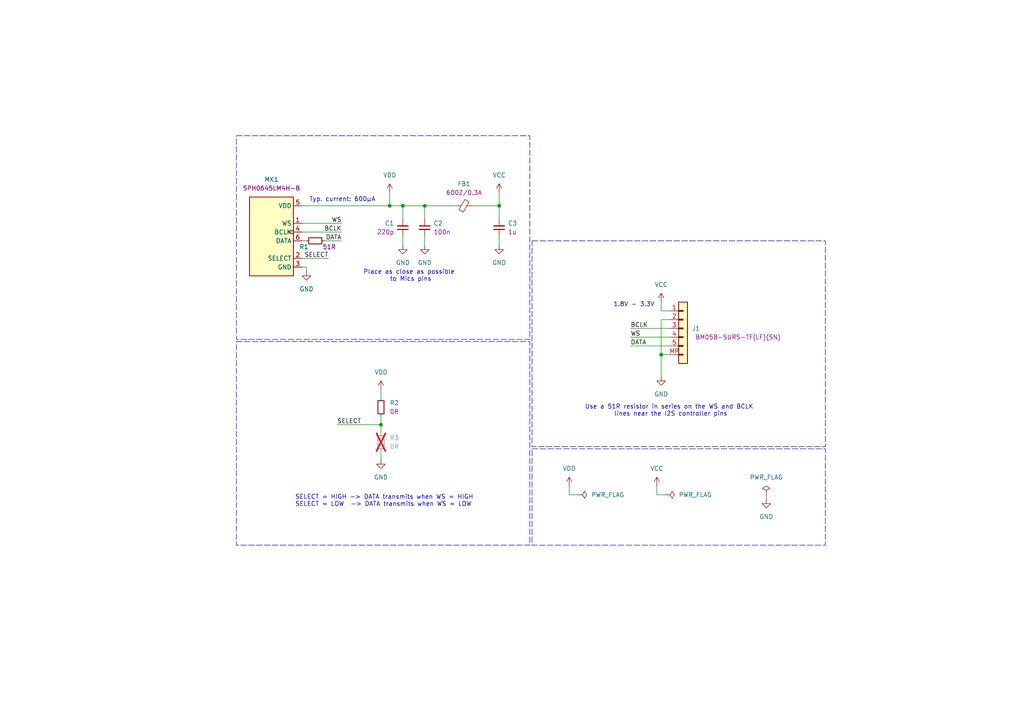
<source format=kicad_sch>
(kicad_sch (version 20231120) (generator "eeschema") (generator_version "8.0")
  (paper "A4")
  (title_block (title "Audio Microphone") (date "07.01.2025") (rev "1.1.0"))
  (lib_symbols
    (symbol "antmicroCapacitors0402:C_100n_0402" (pin_numbers hide) (pin_names hide)
      (property "Reference" "C" (at 20.32 -5.08 0))
      (property "Val" "100n" (at 20.32 -7.62 0))
      (symbol "C_100n_0402_0_1"
        (polyline (pts (xy 2.032 -1.524) (xy 2.032 1.524)) (stroke (width 0.3048)))
        (polyline (pts (xy 3.048 -1.524) (xy 3.048 1.524)) (stroke (width 0.3302)))
      )
      (symbol "C_100n_0402_1_1"
        (pin passive line (at 0 0 0) (length 2.032) (name "~") (number "1"))
        (pin passive line (at 5.08 0 180) (length 2.032) (name "~") (number "2"))
      )
    )
    (symbol "antmicroCapacitors0402:C_1u_0402" (pin_numbers hide) (pin_names hide)
      (property "Reference" "C" (at 20.32 -5.08 0))
      (property "Val" "1u" (at 20.32 -7.62 0))
      (symbol "C_1u_0402_0_1"
        (polyline (pts (xy 2.032 -1.524) (xy 2.032 1.524)) (stroke (width 0.3048)))
        (polyline (pts (xy 3.048 -1.524) (xy 3.048 1.524)) (stroke (width 0.3302)))
      )
      (symbol "C_1u_0402_1_1"
        (pin passive line (at 0 0 0) (length 2.032) (name "~") (number "1"))
        (pin passive line (at 5.08 0 180) (length 2.032) (name "~") (number "2"))
      )
    )
    (symbol "antmicroCapacitors0402:C_220p_0402" (pin_numbers hide) (pin_names hide)
      (property "Reference" "C" (at 20.32 -5.08 0))
      (property "Val" "220p" (at 20.32 -7.62 0))
      (symbol "C_220p_0402_0_1"
        (polyline (pts (xy 2.032 -1.524) (xy 2.032 1.524)) (stroke (width 0.3048)))
        (polyline (pts (xy 3.048 -1.524) (xy 3.048 1.524)) (stroke (width 0.3302)))
      )
      (symbol "C_220p_0402_1_1"
        (pin passive line (at 0 0 0) (length 2.032) (name "~") (number "1"))
        (pin passive line (at 5.08 0 180) (length 2.032) (name "~") (number "2"))
      )
    )
    (symbol "antmicroFerriteBeadsandChips:FB_600Z_0.3A_Murata-BLM15AG_0402" (pin_numbers hide) (pin_names hide)
      (property "Reference" "FB" (at 15.24 0 0))
      (property "Val" "600Z/0.3A" (at 15.24 -5.08 0))
      (symbol "FB_600Z_0.3A_Murata-BLM15AG_0402_0_1"
        (polyline (pts (xy 1.651 0) (xy 1.2446 0)))
        (polyline (pts (xy 3.81 0) (xy 3.3274 0)))
        (polyline (pts (xy 2.2606 -1.8288) (xy 1.0414 -1.1176) (xy 2.7432 1.8288) (xy 3.9624 1.1176) (xy 2.2606 -1.8288)))
      )
      (symbol "FB_600Z_0.3A_Murata-BLM15AG_0402_1_1"
        (pin passive line (at 0 0 0) (length 1.27) (name "~") (number "1"))
        (pin passive line (at 5.08 0 180) (length 1.27) (name "~") (number "2"))
      )
    )
    (symbol "antmicroMicrophones:MK_SPH0645LM4H-B"
      (property "Reference" "MK" (at 15.24 -2.54 0))
      (property "MPN" "SPH0645LM4H-B" (at 15.24 -5.08 0))
      (symbol "MK_SPH0645LM4H-B_1_1"
        (rectangle (start -15.24 2.54) (end -2.54 -20.32) (stroke (width 0.254)) (fill (type background)))
        (pin input line (at 0 -5.08 180) (length 2.54) (name "WS") (number "1"))
        (pin input line (at 0 -15.24 180) (length 2.54) (name "SELECT") (number "2"))
        (pin power_in line (at 0 -17.78 180) (length 2.54) (name "GND") (number "3"))
        (pin input clock (at 0 -7.62 180) (length 2.54) (name "BCLK") (number "4"))
        (pin power_in line (at 0 0 180) (length 2.54) (name "VDD") (number "5"))
        (pin output line (at 0 -10.16 180) (length 2.54) (name "DATA") (number "6"))
      )
    )
    (symbol "antmicroResistors0402:R_0R_0402" (pin_numbers hide) (pin_names hide)
      (property "Reference" "R" (at 20.32 -5.08 0))
      (property "Val" "0R" (at 20.32 -7.62 0))
      (symbol "R_0R_0402_0_1"
        (rectangle (start 0.635 0.889) (end 4.445 -0.889) (stroke (width 0.254)))
      )
      (symbol "R_0R_0402_1_1"
        (pin passive line (at 0 0 0) (length 0.635) (name "~") (number "1"))
        (pin passive line (at 5.08 0 180) (length 0.635) (name "~") (number "2"))
      )
    )
    (symbol "antmicroResistors0402:R_51R_0402" (pin_numbers hide) (pin_names hide)
      (property "Reference" "R" (at 20.32 -5.08 0))
      (property "Val" "51R" (at 20.32 -7.62 0))
      (symbol "R_51R_0402_0_1"
        (rectangle (start 0.635 0.889) (end 4.445 -0.889) (stroke (width 0.254)))
      )
      (symbol "R_51R_0402_1_1"
        (pin passive line (at 0 0 0) (length 0.635) (name "~") (number "1"))
        (pin passive line (at 5.08 0 180) (length 0.635) (name "~") (number "2"))
      )
    )
    (symbol "antmicroWire2BoardConnectors:JST_SUR_1x5_BM05B-SURS-TB-LF-SN"
      (property "Reference" "J" (at 20.32 -2.54 0))
      (property "MPN" " BM05B-SURS-TF(LF)(SN)" (at 19.05 -5.08 0))
      (symbol "JST_SUR_1x5_BM05B-SURS-TB-LF-SN_1_1"
        (rectangle (start 2.54 -12.573) (end 3.81 -12.827) (stroke (width 0.254)) (fill (type background)))
        (rectangle (start 2.54 -10.033) (end 3.81 -10.287) (stroke (width 0.254)) (fill (type background)))
        (rectangle (start 2.54 -7.493) (end 3.81 -7.747) (stroke (width 0.254)) (fill (type background)))
        (rectangle (start 2.54 -4.953) (end 3.81 -5.207) (stroke (width 0.254)) (fill (type background)))
        (rectangle (start 2.54 -2.413) (end 3.81 -2.667) (stroke (width 0.254)) (fill (type background)))
        (rectangle (start 2.54 0.127) (end 3.81 -0.127) (stroke (width 0.254)) (fill (type background)))
        (rectangle (start 2.54 2.54) (end 5.08 -15.24) (stroke (width 0.254)) (fill (type background)))
        (pin passive line (at 0 0 0) (length 2.54) (name "~") (number "1"))
        (pin passive line (at 0 -2.54 0) (length 2.54) (name "~") (number "2"))
        (pin passive line (at 0 -5.08 0) (length 2.54) (name "~") (number "3"))
        (pin passive line (at 0 -7.62 0) (length 2.54) (name "~") (number "4"))
        (pin passive line (at 0 -10.16 0) (length 2.54) (name "~") (number "5"))
        (pin passive line (at 0 -12.7 0) (length 2.54) (name "~") (number "MP"))
      )
    )
    (symbol "antmicropower:GND" (power) (pin_numbers hide) (pin_names hide)
      (property "Value" "GND" (at 8.89 -5.08 0))
      (symbol "GND_1_1"
        (polyline (pts (xy 0 0) (xy 0 -1.27) (xy 1.27 -1.27) (xy 0 -2.54) (xy -1.27 -1.27) (xy 0 -1.27)))
        (pin power_in line (at 0 0 270) (length 0) (name "GND") (number "1"))
      )
    )
    (symbol "antmicropower:PWR_FLAG" (power) (pin_numbers hide) (pin_names (offset 0) hide)
      (property "Value" "PWR_FLAG" (at 0 3.81 0))
      (symbol "PWR_FLAG_0_0"
        (pin power_out line (at 0 0 90) (length 0) (name "pwr") (number "1"))
      )
      (symbol "PWR_FLAG_0_1"
        (polyline (pts (xy 0 0) (xy 0 1.27) (xy -1.016 1.905) (xy 0 2.54) (xy 1.016 1.905) (xy 0 1.27)))
      )
    )
    (symbol "antmicropower:VCC" (power) (pin_names (offset 0))
      (property "Value" "VCC" (at 0 3.81 0))
      (symbol "VCC_0_1"
        (polyline (pts (xy -0.762 1.27) (xy 0 2.54)))
        (polyline (pts (xy 0 0) (xy 0 2.54)))
        (polyline (pts (xy 0 2.54) (xy 0.762 1.27)))
      )
      (symbol "VCC_1_1"
        (pin power_in line (at 0 0 90) (length 0) hide (name "VCC") (number "1"))
      )
    )
    (symbol "antmicropower:VDD" (power) (pin_names (offset 0))
      (property "Value" "VDD" (at 0 3.81 0))
      (symbol "VDD_0_1"
        (polyline (pts (xy -0.762 1.27) (xy 0 2.54)))
        (polyline (pts (xy 0 0) (xy 0 2.54)))
        (polyline (pts (xy 0 2.54) (xy 0.762 1.27)))
      )
      (symbol "VDD_1_1"
        (pin power_in line (at 0 0 90) (length 0) hide (name "VDD") (number "1"))
      )
    )
  )
  (junction (at 191.77 102.87))
  (junction (at 113.03 59.69))
  (junction (at 123.19 59.69))
  (junction (at 116.84 59.69))
  (junction (at 144.78 59.69))
  (junction (at 110.49 123.19))
  (wire (pts (xy 123.19 59.69) (xy 132.08 59.69)))
  (wire (pts (xy 88.9 77.47) (xy 88.9 78.74)))
  (wire (pts (xy 87.63 59.69) (xy 113.03 59.69)))
  (wire (pts (xy 87.63 67.31) (xy 99.06 67.31)))
  (wire (pts (xy 191.77 90.17) (xy 191.77 87.63)))
  (wire (pts (xy 110.49 113.03) (xy 110.49 115.57)))
  (wire (pts (xy 93.98 69.85) (xy 99.06 69.85)))
  (wire (pts (xy 87.63 77.47) (xy 88.9 77.47)))
  (wire (pts (xy 194.31 97.79) (xy 182.88 97.79)))
  (wire (pts (xy 194.31 95.25) (xy 182.88 95.25)))
  (wire (pts (xy 113.03 55.88) (xy 113.03 59.69)))
  (wire (pts (xy 87.63 69.85) (xy 88.9 69.85)))
  (wire (pts (xy 191.77 102.87) (xy 191.77 109.22)))
  (wire (pts (xy 190.5 140.97) (xy 190.5 143.51)))
  (wire (pts (xy 97.79 123.19) (xy 110.49 123.19)))
  (wire (pts (xy 123.19 59.69) (xy 116.84 59.69)))
  (wire (pts (xy 191.77 102.87) (xy 194.31 102.87)))
  (wire (pts (xy 194.31 90.17) (xy 191.77 90.17)))
  (wire (pts (xy 110.49 130.81) (xy 110.49 133.35)))
  (wire (pts (xy 137.16 59.69) (xy 144.78 59.69)))
  (wire (pts (xy 194.31 92.71) (xy 191.77 92.71)))
  (wire (pts (xy 110.49 120.65) (xy 110.49 123.19)))
  (wire (pts (xy 116.84 59.69) (xy 116.84 63.5)))
  (wire (pts (xy 87.63 74.93) (xy 95.25 74.93)))
  (wire (pts (xy 194.31 100.33) (xy 182.88 100.33)))
  (wire (pts (xy 222.25 143.51) (xy 222.25 144.78)))
  (wire (pts (xy 144.78 59.69) (xy 144.78 63.5)))
  (wire (pts (xy 167.64 143.51) (xy 165.1 143.51)))
  (wire (pts (xy 165.1 143.51) (xy 165.1 140.97)))
  (wire (pts (xy 190.5 143.51) (xy 193.04 143.51)))
  (wire (pts (xy 116.84 71.12) (xy 116.84 68.58)))
  (wire (pts (xy 113.03 59.69) (xy 116.84 59.69)))
  (wire (pts (xy 110.49 123.19) (xy 110.49 125.73)))
  (wire (pts (xy 87.63 64.77) (xy 99.06 64.77)))
  (wire (pts (xy 123.19 71.12) (xy 123.19 68.58)))
  (wire (pts (xy 191.77 92.71) (xy 191.77 102.87)))
  (wire (pts (xy 144.78 71.12) (xy 144.78 68.58)))
  (wire (pts (xy 144.78 55.88) (xy 144.78 59.69)))
  (wire (pts (xy 123.19 59.69) (xy 123.19 63.5)))
  (rectangle (start 68.58 99.06) (end 153.67 158.115) (stroke (width 0) (type dash)))
  (rectangle (start 68.58 39.37) (end 153.67 98.425) (stroke (width 0) (type dash)))
  (rectangle (start 154.305 69.85) (end 239.395 129.54) (stroke (width 0) (type dash)))
  (rectangle (start 154.305 130.175) (end 239.395 158.115) (stroke (width 0) (type dash)))
  (text "1.8V - 3.3V" (at 183.896 88.392 0) (effects (font (size 1.27 1.27))))
  (text "Use a 51R resistor in series on the WS and BCLK \nlines near the I2S controller pins" (at 194.564 119.126 0) (effects (font (size 1.27 1.27))))
  (text "Place as close as possible \nto Mics pins\n" (at 119.126 80.01 0) (effects (font (size 1.27 1.27))))
  (text "Typ. current: 600µA" (at 99.314 57.912 0) (effects (font (size 1.27 1.27))))
  (text "SELECT = HIGH -> DATA transmits when WS = HIGH \nSELECT = LOW  -> DATA transmits when WS = LOW \n" (at 85.598 145.288 0) (effects (font (size 1.27 1.27)) (justify left)))
  (label "DATA" (at 182.88 100.33 0))
  (label "DATA" (at 99.06 69.85 180))
  (label "SELECT" (at 95.25 74.93 180))
  (label "WS" (at 182.88 97.79 0))
  (label "SELECT" (at 97.79 123.19 0))
  (label "BCLK" (at 99.06 67.31 180))
  (label "WS" (at 99.06 64.77 180))
  (label "BCLK" (at 182.88 95.25 0))
  (symbol (lib_id "antmicropower:PWR_FLAG") (at 222.25 143.51 0) (unit 1)
    (property "Reference" "#FLG03" (effects (hide yes)))
    (property "Value" "PWR_FLAG" (at 222.25 138.43 0))
  )
  (symbol (lib_id "antmicropower:VDD") (at 113.03 55.88 0) (unit 1)
    (property "Reference" "#PWR06" (effects (hide yes)))
    (property "Value" "VDD" (at 113.03 50.8 0))
  )
  (symbol (lib_id "antmicropower:VDD") (at 165.1 140.97 0) (unit 1)
    (property "Reference" "#PWR010" (effects (hide yes)))
    (property "Value" "VDD" (at 165.1 135.89 0))
  )
  (symbol (lib_id "antmicroCapacitors0402:C_100n_0402") (at 123.19 63.5 270) (unit 1)
    (property "Reference" "C2" (at 125.73 64.7763 90) (effects (justify left)))
    (property "Value" "C_100n_0402" (effects (hide yes)))
    (property "Footprint" "antmicro-footprints:C_0402_1005Metric" (effects (hide yes)))
    (property "Datasheet" "https://www.murata.com/products/productdetail?partno=GRM155R61H104KE14%23" (effects (hide yes)))
    (property "Description" "SMD Multilayer Ceramic Capacitor, 0.1 µF, 50 V, 0402 [1005 Metric], ± 10%, X5R, GRM Series" (effects (hide yes)))
    (property "MPN" "GRM155R61H104KE14D" (effects (hide yes)))
    (property "Manufacturer" "Murata" (effects (hide yes)))
    (property "License" "Apache-2.0" (effects (hide yes)))
    (property "Author" "Antmicro" (effects (hide yes)))
    (property "Val" "100n" (at 125.73 67.3163 90) (effects (justify left)))
    (property "Voltage" "50V" (effects (hide yes)))
    (property "Dielectric" "X5R" (effects (hide yes)))
  )
  (symbol (lib_id "antmicropower:VCC") (at 144.78 55.88 0) (unit 1)
    (property "Reference" "#PWR012" (effects (hide yes)))
    (property "Value" "VCC" (at 144.78 50.8 0))
  )
  (symbol (lib_id "antmicropower:PWR_FLAG") (at 193.04 143.51 270) (unit 1)
    (property "Reference" "#FLG01" (effects (hide yes)))
    (property "Value" "PWR_FLAG" (at 196.85 143.5099 90) (effects (justify left)))
  )
  (symbol (lib_id "antmicropower:GND") (at 144.78 71.12 0) (unit 1)
    (property "Reference" "#PWR03" (effects (hide yes)))
    (property "Value" "GND" (at 144.78 76.2 0))
    (property "Author" "Antmicro" (effects (hide yes)))
    (property "License" "Apache-2.0" (effects (hide yes)))
  )
  (symbol (lib_id "antmicroWire2BoardConnectors:JST_SUR_1x5_BM05B-SURS-TB-LF-SN") (at 194.31 90.17 0) (unit 1)
    (property "Reference" "J1" (at 200.66 95.25 0) (effects (justify left)))
    (property "Value" "JST_SUR_1x5_BM05B-SURS-TB-LF-SN" (effects (hide yes)))
    (property "Footprint" "antmicro-footprints:Conn_JST_SUR_1x5_BM05B-SURS-TF-LF-SN" (effects (hide yes)))
    (property "Datasheet" "https://www.jst.com/wp-content/uploads/2021/09/eSUR-new.pdf" (effects (hide yes)))
    (property "Description" "Pin Header, Vertical, Wire-to-Board, 0.5 mm, 1 Rows, 5 Contacts, Surface Mount Vertical, SUR" (effects (hide yes)))
    (property "MPN" " BM05B-SURS-TF(LF)(SN)" (at 200.66 97.79 0) (effects (justify left)))
    (property "Manufacturer" "JST Automotive Connectors" (effects (hide yes)))
    (property "Author" "Antmicro" (effects (hide yes)))
    (property "License" "Apache-2.0" (effects (hide yes)))
  )
  (symbol (lib_id "antmicropower:PWR_FLAG") (at 167.64 143.51 270) (unit 1)
    (property "Reference" "#FLG02" (effects (hide yes)))
    (property "Value" "PWR_FLAG" (at 171.45 143.5099 90) (effects (justify left)))
  )
  (symbol (lib_id "antmicroResistors0402:R_0R_0402") (at 110.49 130.81 90) (unit 1) (dnp yes)
    (property "Reference" "R3" (at 113.03 127 90) (effects (justify right)))
    (property "Value" "R_0R_0402" (effects (hide yes)))
    (property "Footprint" "antmicro-footprints:R_0402_1005Metric" (effects (hide yes)))
    (property "Datasheet" "https://industrial.panasonic.com/cdbs/www-data/pdf/RDA0000/AOA0000C301.pdf" (effects (hide yes)))
    (property "Description" "SMD Chip Resistor, Jumper, 0 ohm, 100 mW, 0402 [1005 Metric], Thick Film, General Purpose" (effects (hide yes)))
    (property "MPN" "ERJ2GE0R00X" (effects (hide yes)))
    (property "Manufacturer" "Panasonic" (effects (hide yes)))
    (property "License" "Apache-2.0" (effects (hide yes)))
    (property "Author" "Antmicro" (effects (hide yes)))
    (property "Val" "0R" (at 113.03 129.54 90) (effects (justify right)))
    (property "Current" "1A" (effects (hide yes)))
  )
  (symbol (lib_id "antmicroResistors0402:R_0R_0402") (at 110.49 120.65 90) (unit 1)
    (property "Reference" "R2" (at 113.03 116.84 90) (effects (justify right)))
    (property "Value" "R_0R_0402" (effects (hide yes)))
    (property "Footprint" "antmicro-footprints:R_0402_1005Metric" (effects (hide yes)))
    (property "Datasheet" "https://industrial.panasonic.com/cdbs/www-data/pdf/RDA0000/AOA0000C301.pdf" (effects (hide yes)))
    (property "Description" "SMD Chip Resistor, Jumper, 0 ohm, 100 mW, 0402 [1005 Metric], Thick Film, General Purpose" (effects (hide yes)))
    (property "MPN" "ERJ2GE0R00X" (effects (hide yes)))
    (property "Manufacturer" "Panasonic" (effects (hide yes)))
    (property "License" "Apache-2.0" (effects (hide yes)))
    (property "Author" "Antmicro" (effects (hide yes)))
    (property "Val" "0R" (at 113.03 119.38 90) (effects (justify right)))
    (property "Current" "1A" (effects (hide yes)))
  )
  (symbol (lib_id "antmicroFerriteBeadsandChips:FB_600Z_0.3A_Murata-BLM15AG_0402") (at 132.08 59.69 0) (unit 1)
    (property "Reference" "FB1" (at 134.5819 53.34 0))
    (property "Value" "FB_600Z_0.3A_Murata-BLM15AG_0402" (effects (hide yes)))
    (property "Footprint" "antmicro-footprints:FB_0402_1005Metric" (effects (hide yes)))
    (property "Datasheet" "https://www.murata.com/en-us/products/productdata/8796740059166/ENFA0018.pdf" (effects (hide yes)))
    (property "Description" "Ferrite Bead, 0402 [1005 Metric], 600 ohm, 300 mA, BLM15AG_SN, 0.6 ohm, ± 25%, General use" (effects (hide yes)))
    (property "Val" "600Z/0.3A" (at 134.5819 55.88 0))
    (property "MPN" "BLM15AG601SN1D" (effects (hide yes)))
    (property "Manufacturer" "Murata" (effects (hide yes)))
    (property "Author" "Antmicro" (effects (hide yes)))
    (property "License" "Apache-2.0" (effects (hide yes)))
  )
  (symbol (lib_id "antmicropower:VDD") (at 110.49 113.03 0) (unit 1)
    (property "Reference" "#PWR07" (effects (hide yes)))
    (property "Value" "VDD" (at 110.49 107.95 0))
  )
  (symbol (lib_id "antmicropower:VCC") (at 190.5 140.97 0) (unit 1)
    (property "Reference" "#PWR08" (effects (hide yes)))
    (property "Value" "VCC" (at 190.5 135.89 0))
  )
  (symbol (lib_id "antmicroCapacitors0402:C_1u_0402") (at 144.78 68.58 90) (unit 1)
    (property "Reference" "C3" (at 147.32 64.7636 90) (effects (justify right)))
    (property "Value" "C_1u_0402" (effects (hide yes)))
    (property "Footprint" "antmicro-footprints:C_0402_1005Metric" (effects (hide yes)))
    (property "Datasheet" "https://product.tdk.com/en/search/capacitor/ceramic/mlcc/info?part_no=C1005X6S1A105K050BC" (effects (hide yes)))
    (property "Description" "SMD Multilayer Ceramic Capacitor, 1 µF, 10 V, 0402 [1005 Metric], ± 10%, X6S, C" (effects (hide yes)))
    (property "MPN" "C1005X6S1A105K050BC" (effects (hide yes)))
    (property "Manufacturer" "TDK" (effects (hide yes)))
    (property "License" "Apache-2.0" (effects (hide yes)))
    (property "Author" "Antmicro" (effects (hide yes)))
    (property "Val" "1u" (at 147.32 67.3036 90) (effects (justify right)))
  )
  (symbol (lib_id "antmicroCapacitors0402:C_220p_0402") (at 116.84 68.58 270) (mirror x) (unit 1)
    (property "Reference" "C1" (at 114.3 64.7636 90) (effects (justify right)))
    (property "Value" "C_220p_0402" (effects (hide yes)))
    (property "Footprint" "antmicro-footprints:C_0402_1005Metric" (effects (hide yes)))
    (property "Datasheet" "https://spicat.kyocera-avx.com/product/mlcc/chartview/04025C221JAT2A/" (effects (hide yes)))
    (property "Description" "SMD Multilayer Ceramic Capacitor, 220 pF, 50 V, 0402 [1005 Metric], ± 10%, X7R, MC" (effects (hide yes)))
    (property "MPN" "04025C221JAT2A" (effects (hide yes)))
    (property "Manufacturer" "KYOCERA AVX" (effects (hide yes)))
    (property "License" "Apache-2.0" (effects (hide yes)))
    (property "Author" "Antmicro" (effects (hide yes)))
    (property "Val" "220p" (at 114.3 67.3036 90) (effects (justify right)))
  )
  (symbol (lib_id "antmicropower:GND") (at 110.49 133.35 0) (unit 1)
    (property "Reference" "#PWR09" (effects (hide yes)))
    (property "Value" "GND" (at 110.49 138.43 0))
    (property "Author" "Antmicro" (effects (hide yes)))
    (property "License" "Apache-2.0" (effects (hide yes)))
  )
  (symbol (lib_id "antmicroResistors0402:R_51R_0402") (at 88.9 69.85 0) (unit 1)
    (property "Reference" "R1" (at 88.138 71.628 0))
    (property "Value" "R_51R_0402" (effects (hide yes)))
    (property "Footprint" "antmicro-footprints:R_0402_1005Metric" (effects (hide yes)))
    (property "Datasheet" "https://www.bourns.com/docs/product-datasheets/cr.pdf" (effects (hide yes)))
    (property "Description" "SMD Chip Resistor, 51 ohm, ± 1%, 63 mW, 0402 [1005 Metric], Thick Film, General Purpose" (effects (hide yes)))
    (property "MPN" "CR0402-FX-51R0GLF" (effects (hide yes)))
    (property "Manufacturer" "Bourns" (effects (hide yes)))
    (property "License" "Apache-2.0" (effects (hide yes)))
    (property "Author" "Antmicro" (effects (hide yes)))
    (property "Val" "51R" (at 95.504 71.628 0))
    (property "Tolerance" "1%" (effects (hide yes)))
  )
  (symbol (lib_id "antmicropower:GND") (at 116.84 71.12 0) (unit 1)
    (property "Reference" "#PWR01" (effects (hide yes)))
    (property "Value" "GND" (at 116.84 76.2 0))
    (property "Author" "Antmicro" (effects (hide yes)))
    (property "License" "Apache-2.0" (effects (hide yes)))
  )
  (symbol (lib_id "antmicropower:GND") (at 123.19 71.12 0) (unit 1)
    (property "Reference" "#PWR02" (effects (hide yes)))
    (property "Value" "GND" (at 123.19 76.2 0))
    (property "Author" "Antmicro" (effects (hide yes)))
    (property "License" "Apache-2.0" (effects (hide yes)))
  )
  (symbol (lib_id "antmicropower:VCC") (at 191.77 87.63 0) (unit 1)
    (property "Reference" "#PWR011" (effects (hide yes)))
    (property "Value" "VCC" (at 191.77 82.55 0))
  )
  (symbol (lib_id "antmicropower:GND") (at 222.25 144.78 0) (unit 1)
    (property "Reference" "#PWR013" (effects (hide yes)))
    (property "Value" "GND" (at 222.25 149.86 0))
    (property "Author" "Antmicro" (effects (hide yes)))
    (property "License" "Apache-2.0" (effects (hide yes)))
  )
  (symbol (lib_id "antmicropower:GND") (at 191.77 109.22 0) (unit 1)
    (property "Reference" "#PWR05" (effects (hide yes)))
    (property "Value" "GND" (at 191.77 114.3 0))
    (property "Author" "Antmicro" (effects (hide yes)))
    (property "License" "Apache-2.0" (effects (hide yes)))
  )
  (symbol (lib_id "antmicropower:GND") (at 88.9 78.74 0) (unit 1)
    (property "Reference" "#PWR04" (effects (hide yes)))
    (property "Value" "GND" (at 88.9 83.82 0))
    (property "Author" "Antmicro" (effects (hide yes)))
    (property "License" "Apache-2.0" (effects (hide yes)))
  )
  (symbol (lib_id "antmicroMicrophones:MK_SPH0645LM4H-B") (at 87.63 59.69 0) (unit 1)
    (property "Reference" "MK1" (at 78.74 52.07 0))
    (property "Value" "MK_SPH0645LM4H-B" (effects (hide yes)))
    (property "Footprint" "antmicro-footprints:MK_SPH0645LM4H-B" (effects (hide yes)))
    (property "Datasheet" "https://eu.mouser.com/datasheet/2/218/ph0645lm4h_b_datasheet_rev_c-1525723.pdf" (effects (hide yes)))
    (property "Description" "MEMS Microphones, BP, I2S output, 1.62V - 3.6V" (effects (hide yes)))
    (property "Manufacturer" "Knowles" (effects (hide yes)))
    (property "MPN" "SPH0645LM4H-B" (at 78.74 54.61 0))
    (property "Author" "Antmicro" (effects (hide yes)))
    (property "License" "Apache-2.0" (effects (hide yes)))
  )
)
</source>
